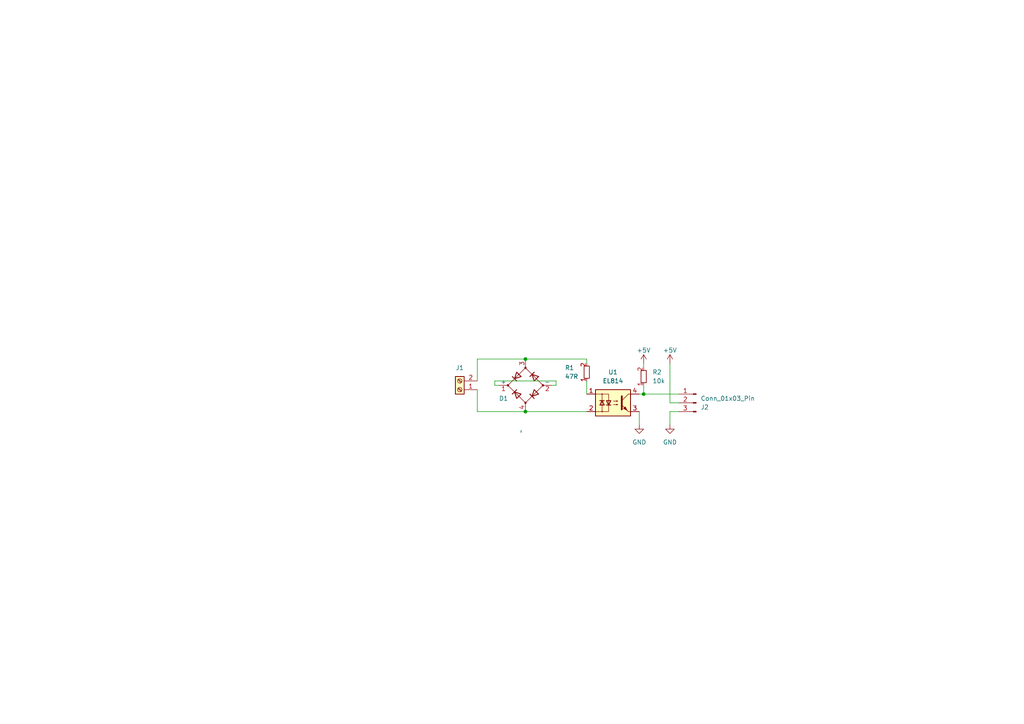
<source format=kicad_sch>
(kicad_sch (version 20230121) (generator eeschema)
  (paper "A4")
  (lib_symbols
    (symbol "Connector:Conn_01x03_Pin" (pin_names (offset 1.016) hide)
      (property "Reference" "J" (at 0 5.08 0))
      (property "Value" "Conn_01x03_Pin" (at 0 -5.08 0))
      (symbol "Conn_01x03_Pin_1_1"
        (polyline (pts (xy 1.27 -2.54) (xy 0.8636 -2.54)) (stroke (width 0.1524)))
        (polyline (pts (xy 1.27 0) (xy 0.8636 0)) (stroke (width 0.1524)))
        (polyline (pts (xy 1.27 2.54) (xy 0.8636 2.54)) (stroke (width 0.1524)))
        (rectangle (start 0.8636 -2.413) (end 0 -2.667) (stroke (width 0.1524)) (fill (type outline)))
        (rectangle (start 0.8636 0.127) (end 0 -0.127) (stroke (width 0.1524)) (fill (type outline)))
        (rectangle (start 0.8636 2.667) (end 0 2.413) (stroke (width 0.1524)) (fill (type outline)))
        (pin passive line (at 5.08 2.54 180) (length 3.81) (name "Pin_1") (number "1"))
        (pin passive line (at 5.08 0 180) (length 3.81) (name "Pin_2") (number "2"))
        (pin passive line (at 5.08 -2.54 180) (length 3.81) (name "Pin_3") (number "3"))
      )
    )
    (symbol "Connector:Screw_Terminal_01x02" (pin_names (offset 1.016) hide)
      (property "Reference" "J" (at 0 2.54 0))
      (property "Value" "Screw_Terminal_01x02" (at 0 -5.08 0))
      (symbol "Screw_Terminal_01x02_1_1"
        (rectangle (start -1.27 1.27) (end 1.27 -3.81) (stroke (width 0.254)) (fill (type background)))
        (circle (center 0 -2.54) (radius 0.635) (stroke (width 0.1524)))
        (polyline (pts (xy -0.5334 -2.2098) (xy 0.3302 -3.048)) (stroke (width 0.1524)))
        (polyline (pts (xy -0.5334 0.3302) (xy 0.3302 -0.508)) (stroke (width 0.1524)))
        (polyline (pts (xy -0.3556 -2.032) (xy 0.508 -2.8702)) (stroke (width 0.1524)))
        (polyline (pts (xy -0.3556 0.508) (xy 0.508 -0.3302)) (stroke (width 0.1524)))
        (circle (center 0 0) (radius 0.635) (stroke (width 0.1524)))
        (pin passive line (at -5.08 0 0) (length 3.81) (name "Pin_1") (number "1"))
        (pin passive line (at -5.08 -2.54 0) (length 3.81) (name "Pin_2") (number "2"))
      )
    )
    (symbol "Device:D_Bridge_+-AA" (pin_names (offset 0))
      (property "Reference" "D" (at 2.54 6.985 0))
      (property "Value" "D_Bridge_+-AA" (at 2.54 5.08 0))
      (symbol "D_Bridge_+-AA_0_1"
        (circle (center -5.08 0) (radius 0.254) (fill (type outline)))
        (circle (center 0 -5.08) (radius 0.254) (fill (type outline)))
        (polyline (pts (xy -2.54 3.81) (xy -1.27 2.54)) (stroke (width 0.254)))
        (polyline (pts (xy -1.27 -2.54) (xy -2.54 -3.81)) (stroke (width 0.254)))
        (polyline (pts (xy 2.54 -1.27) (xy 3.81 -2.54)) (stroke (width 0.254)))
        (polyline (pts (xy 2.54 1.27) (xy 3.81 2.54)) (stroke (width 0.254)))
        (polyline (pts (xy -3.81 2.54) (xy -2.54 1.27) (xy -1.905 3.175) (xy -3.81 2.54)) (stroke (width 0.254)))
        (polyline (pts (xy -2.54 -1.27) (xy -3.81 -2.54) (xy -1.905 -3.175) (xy -2.54 -1.27)) (stroke (width 0.254)))
        (polyline (pts (xy 1.27 2.54) (xy 2.54 3.81) (xy 3.175 1.905) (xy 1.27 2.54)) (stroke (width 0.254)))
        (polyline (pts (xy 3.175 -1.905) (xy 1.27 -2.54) (xy 2.54 -3.81) (xy 3.175 -1.905)) (stroke (width 0.254)))
        (polyline (pts (xy -5.08 0) (xy 0 -5.08) (xy 5.08 0) (xy 0 5.08) (xy -5.08 0)))
        (circle (center 0 5.08) (radius 0.254) (fill (type outline)))
        (circle (center 5.08 0) (radius 0.254) (fill (type outline)))
      )
      (symbol "D_Bridge_+-AA_1_1"
        (pin passive line (at 7.62 0 180) (length 2.54) (name "+") (number "1"))
        (pin passive line (at -7.62 0 0) (length 2.54) (name "-") (number "2"))
        (pin passive line (at 0 7.62 270) (length 2.54) (name "~") (number "3"))
        (pin passive line (at 0 -7.62 90) (length 2.54) (name "~") (number "4"))
      )
    )
    (symbol "custom_kicad_lib_sk:EL814S" (pin_names (offset 1.016))
      (property "Reference" "U" (at -5.334 4.826 0))
      (property "Value" "EL814" (at 0 5.08 0))
      (symbol "EL814S_0_1"
        (rectangle (start -5.08 3.81) (end 5.08 -3.81) (stroke (width 0.254)) (fill (type background)))
        (circle (center -3.175 -2.54) (radius 0.127))
        (circle (center -3.175 2.54) (radius 0.127))
        (polyline (pts (xy -3.81 0.635) (xy -2.54 0.635)) (stroke (width 0.254)))
        (polyline (pts (xy -3.175 -0.635) (xy -3.175 -2.54)))
        (polyline (pts (xy -3.175 0.635) (xy -3.175 -0.635)))
        (polyline (pts (xy -3.175 0.635) (xy -3.175 2.54)))
        (polyline (pts (xy -1.905 -0.635) (xy -0.635 -0.635)) (stroke (width 0.254)))
        (polyline (pts (xy -1.27 0.635) (xy -1.27 -0.635)))
        (polyline (pts (xy 2.54 0.635) (xy 4.445 2.54)))
        (polyline (pts (xy 4.445 -2.54) (xy 2.54 -0.635)) (fill (type outline)))
        (polyline (pts (xy 4.445 -2.54) (xy 5.08 -2.54)))
        (polyline (pts (xy 4.445 2.54) (xy 5.08 2.54)))
        (polyline (pts (xy -5.08 2.54) (xy -1.27 2.54) (xy -1.27 0.635)))
        (polyline (pts (xy -1.27 -0.635) (xy -1.27 -2.54) (xy -5.08 -2.54)))
        (polyline (pts (xy 2.54 1.905) (xy 2.54 -1.905) (xy 2.54 -1.905)) (stroke (width 0.508)))
        (polyline (pts (xy -3.175 0.635) (xy -3.81 -0.635) (xy -2.54 -0.635) (xy -3.175 0.635)) (stroke (width 0.254)))
        (polyline (pts (xy -1.27 -0.635) (xy -1.905 0.635) (xy -0.635 0.635) (xy -1.27 -0.635)) (stroke (width 0.254)))
        (polyline (pts (xy 0.127 -0.508) (xy 1.397 -0.508) (xy 1.016 -0.635) (xy 1.016 -0.381) (xy 1.397 -0.508)))
        (polyline (pts (xy 0.127 0.508) (xy 1.397 0.508) (xy 1.016 0.381) (xy 1.016 0.635) (xy 1.397 0.508)))
        (polyline (pts (xy 3.048 -1.651) (xy 3.556 -1.143) (xy 4.064 -2.159) (xy 3.048 -1.651) (xy 3.048 -1.651)) (fill (type outline)))
      )
      (symbol "EL814S_1_1"
        (pin passive line (at -7.62 2.54 0) (length 2.54) (name "~") (number "1"))
        (pin passive line (at -7.62 -2.54 0) (length 2.54) (name "~") (number "2"))
        (pin passive line (at 7.62 -2.54 180) (length 2.54) (name "~") (number "3"))
        (pin passive line (at 7.62 2.54 180) (length 2.54) (name "~") (number "4"))
      )
    )
    (symbol "power:+5V" (power) (pin_names (offset 0))
      (property "Value" "+5V" (at 0 3.556 0))
      (symbol "+5V_0_1"
        (polyline (pts (xy -0.762 1.27) (xy 0 2.54)))
        (polyline (pts (xy 0 0) (xy 0 2.54)))
        (polyline (pts (xy 0 2.54) (xy 0.762 1.27)))
      )
      (symbol "+5V_1_1"
        (pin power_in line (at 0 0 90) (length 0) hide (name "+5V") (number "1"))
      )
    )
    (symbol "power:GND" (power) (pin_names (offset 0))
      (property "Value" "GND" (at 0 -3.81 0))
      (symbol "GND_0_1"
        (polyline (pts (xy 0 0) (xy 0 -1.27) (xy 1.27 -1.27) (xy 0 -2.54) (xy -1.27 -1.27) (xy 0 -1.27)))
      )
      (symbol "GND_1_1"
        (pin power_in line (at 0 0 270) (length 0) hide (name "GND") (number "1"))
      )
    )
    (symbol "resistors_0603:R_10k_0603"
      (property "Reference" "R" (at 1.27 2.54 0))
      (property "Value" "10k" (at 2.54 -2.54 0))
      (symbol "R_10k_0603_0_1"
        (rectangle (start -0.762 1.778) (end 0.762 -1.778) (stroke (width 0.2032)))
      )
      (symbol "R_10k_0603_1_1"
        (pin passive line (at 0 2.54 270) (length 0.762) (name "~") (number "1"))
        (pin passive line (at 0 -2.54 90) (length 0.762) (name "~") (number "2"))
      )
    )
    (symbol "resistors_0603:R_47R_0603"
      (property "Reference" "R" (at 1.27 2.54 0))
      (property "Value" "47R" (at 2.54 -2.54 0))
      (symbol "R_47R_0603_0_1"
        (rectangle (start -0.762 1.778) (end 0.762 -1.778) (stroke (width 0.2032)))
      )
      (symbol "R_47R_0603_1_1"
        (pin passive line (at 0 2.54 270) (length 0.762) (name "~") (number "1"))
        (pin passive line (at 0 -2.54 90) (length 0.762) (name "~") (number "2"))
      )
    )
  )
  (junction (at 152.4 119.38))
  (junction (at 186.69 114.3))
  (junction (at 152.4 104.14))
  (wire (pts (xy 143.51 111.76) (xy 143.51 110.49)))
  (wire (pts (xy 194.31 119.38) (xy 194.31 123.19)))
  (wire (pts (xy 152.4 119.38) (xy 170.18 119.38)))
  (wire (pts (xy 152.4 104.14) (xy 170.18 104.14)))
  (wire (pts (xy 138.43 113.03) (xy 138.43 119.38)))
  (wire (pts (xy 185.42 114.3) (xy 186.69 114.3)))
  (wire (pts (xy 138.43 104.14) (xy 152.4 104.14)))
  (wire (pts (xy 138.43 110.49) (xy 138.43 104.14)))
  (wire (pts (xy 186.69 105.41) (xy 186.69 106.68)))
  (wire (pts (xy 186.69 114.3) (xy 186.69 111.76)))
  (wire (pts (xy 185.42 119.38) (xy 185.42 123.19)))
  (wire (pts (xy 160.02 111.76) (xy 161.29 111.76)))
  (wire (pts (xy 194.31 119.38) (xy 196.85 119.38)))
  (wire (pts (xy 196.85 116.84) (xy 194.31 116.84)))
  (wire (pts (xy 186.69 114.3) (xy 196.85 114.3)))
  (wire (pts (xy 161.29 110.49) (xy 161.29 111.76)))
  (wire (pts (xy 143.51 110.49) (xy 161.29 110.49)))
  (wire (pts (xy 170.18 110.49) (xy 170.18 114.3)))
  (wire (pts (xy 170.18 104.14) (xy 170.18 105.41)))
  (wire (pts (xy 138.43 119.38) (xy 152.4 119.38)))
  (wire (pts (xy 144.78 111.76) (xy 143.51 111.76)))
  (wire (pts (xy 194.31 105.41) (xy 194.31 116.84)))
  (symbol (lib_id "power:+5V") (at 194.31 105.41 0) (unit 1)
    (property "Reference" "#PWR02" (effects hide))
    (property "Value" "+5V" (at 194.31 101.6 0))
  )
  (symbol (lib_id "resistors_0603:R_47R_0603") (at 170.18 107.95 180) (unit 1)
    (property "Reference" "R1" (at 163.83 106.68 0) (effects (justify right)))
    (property "Value" "47R" (at 163.83 109.22 0) (effects (justify right)))
    (property "Footprint" "custom_kicad_lib_sk:R_0603_smalltext" (effects hide))
    (property "JLCPCB Part#" "C23182" (effects hide))
  )
  (symbol (lib_id "power:GND") (at 185.42 123.19 0) (unit 1)
    (property "Reference" "#PWR01" (effects hide))
    (property "Value" "GND" (at 185.42 128.27 0))
  )
  (symbol (lib_id "custom_kicad_lib_sk:EL814S") (at 177.8 116.84 0) (unit 1)
    (property "Reference" "U1" (at 177.8 107.95 0))
    (property "Value" "EL814" (at 177.8 110.49 0))
    (property "Footprint" "Package_DIP:SMDIP-4_W9.53mm" (effects hide))
    (property "Datasheet" "http://www.everlight.com/file/ProductFile/EL814.pdf" (effects hide))
    (property "JLCPCB Part#" "C500388" (effects hide))
  )
  (symbol (lib_id "power:+5V") (at 186.69 105.41 0) (unit 1)
    (property "Reference" "#PWR04" (effects hide))
    (property "Value" "+5V" (at 186.69 101.6 0))
  )
  (symbol (lib_id "Connector:Screw_Terminal_01x02") (at 133.35 113.03 180) (unit 1)
    (property "Reference" "J1" (at 133.35 106.68 0))
    (property "Value" "Screw_Terminal_01x02" (effects hide))
    (property "Footprint" "TerminalBlock_Phoenix:TerminalBlock_Phoenix_MKDS-1,5-2-5.08_1x02_P5.08mm_Horizontal" (effects hide))
    (property "JLCPCB Part#" "C474952" (effects hide))
  )
  (symbol (lib_id "Connector:Conn_01x03_Pin") (at 201.93 116.84 0) (mirror y) (unit 1)
    (property "Reference" "J2" (at 203.2 118.11 0) (effects (justify right)))
    (property "Value" "Conn_01x03_Pin" (at 203.2 115.57 0) (effects (justify right)))
    (property "Footprint" "Connector_PinHeader_2.54mm:PinHeader_1x03_P2.54mm_Horizontal" (effects hide))
    (property "JLCPCB Part#" "C492411" (effects hide))
  )
  (symbol (lib_id "power:GND") (at 194.31 123.19 0) (unit 1)
    (property "Reference" "#PWR03" (effects hide))
    (property "Value" "GND" (at 194.31 128.27 0))
  )
  (symbol (lib_id "resistors_0603:R_10k_0603") (at 186.69 109.22 180) (unit 1)
    (property "Reference" "R2" (at 189.23 107.95 0) (effects (justify right)))
    (property "Value" "10k" (at 189.23 110.49 0) (effects (justify right)))
    (property "Footprint" "custom_kicad_lib_sk:R_0603_smalltext" (effects hide))
    (property "JLCPCB Part#" "C25804" (effects hide))
  )
  (symbol (lib_id "Device:D_Bridge_+-AA") (at 152.4 111.76 0) (mirror y) (unit 1)
    (property "Reference" "D1" (at 146.05 115.57 0))
    (property "Value" "~" (at 151.1102 125.0958 90))
    (property "Footprint" "custom_kicad_lib_sk:4A rectifier" (effects hide))
    (property "JLCPCB Part#" "C169511" (effects hide))
  )
)
</source>
